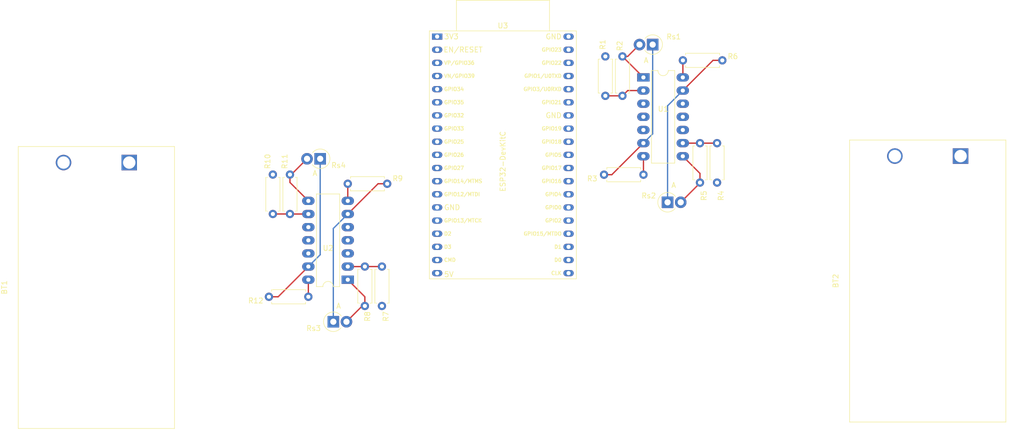
<source format=kicad_pcb>
(kicad_pcb (version 20221018) (generator pcbnew)
  (layers (0 "F.Cu" signal) (31 "B.Cu" signal) (34 "B.Paste" user) (35 "F.Paste" user) (36 "B.SilkS" user "B.Silkscreen") (37 "F.SilkS" user "F.Silkscreen") (38 "B.Mask" user) (39 "F.Mask" user) (44 "Edge.Cuts" user))
  (net 0 "")
  (net 1 "Net-(BT1-+)")
  (net 2 "Net-(BT1--)")
  (net 3 "Net-(BT2--)")
  (net 4 "Net-(U3-3V3)")
  (net 5 "Net-(U1A--)")
  (net 6 "Net-(R2-Pad2)")
  (net 7 "Net-(U1B--)")
  (net 8 "Net-(U3-32K_XN{slash}GPIO33{slash}ADC1_CH5)")
  (net 9 "Net-(U1C--)")
  (net 10 "Net-(R5-Pad2)")
  (net 11 "Net-(U1D--)")
  (net 12 "Net-(U3-32K_XP{slash}GPIO32{slash}ADC1_CH4)")
  (net 13 "Net-(U2A--)")
  (net 14 "Net-(R8-Pad2)")
  (net 15 "Net-(U2B--)")
  (net 16 "Net-(U3-VDET_2{slash}GPIO35{slash}ADC1_CH7)")
  (net 17 "Net-(U2C--)")
  (net 18 "Net-(R11-Pad2)")
  (net 19 "Net-(U2D--)")
  (net 20 "Net-(U3-VDET_1{slash}GPIO34{slash}ADC1_CH6)")
  (footprint "Espressif:ESP32-DevKitC" (layer "F.Cu") (at 124.968 80.772)
    (fp_text reference "U3" (at 12.7 -2.1) (layer "F.SilkS"))
    (fp_text value "ESP32-DevKitC" (at 12.7 24.13 90) (layer "F.SilkS"))
    (fp_text user "GPIO22" (at 24.13 5.08 unlocked) (layer "F.SilkS") (effects (font (size 0.7 0.7)) (justify right)))
    (fp_text user "GPIO2" (at 24.13 35.56 unlocked) (layer "F.SilkS") (effects (font (size 0.7 0.7)) (justify right)))
    (fp_text user "VP/GPIO36" (at 1.27 5.08 unlocked) (layer "F.SilkS") (effects (font (size 0.7 0.7)) (justify left)))
    (fp_text user "GPIO19" (at 24.13 17.78 unlocked) (layer "F.SilkS") (effects (font (size 0.7 0.7)) (justify right)))
    (fp_text user "CMD" (at 1.27 43.18 unlocked) (layer "F.SilkS") (effects (font (size 0.7 0.7)) (justify left)))
    (fp_text user "GPIO12/MTDI" (at 1.27 30.48 unlocked) (layer "F.SilkS") (effects (font (size 0.7 0.7)) (justify left)))
    (fp_text user "GPIO17" (at 24.13 25.4 unlocked) (layer "F.SilkS") (effects (font (size 0.7 0.7)) (justify right)))
    (fp_text user "VN/GPIO39" (at 1.27 7.62 unlocked) (layer "F.SilkS") (effects (font (size 0.7 0.7)) (justify left)))
    (fp_text user "GND" (at 24.13 15.24 unlocked) (layer "F.SilkS") (effects (justify right)))
    (fp_text user "D1" (at 24.13 40.64 unlocked) (layer "F.SilkS") (effects (font (size 0.7 0.7)) (justify right)))
    (fp_text user "D2" (at 1.27 38.1 unlocked) (layer "F.SilkS") (effects (font (size 0.7 0.7)) (justify left)))
    (fp_text user "GPIO21" (at 24.13 12.7 unlocked) (layer "F.SilkS") (effects (font (size 0.7 0.7)) (justify right)))
    (fp_text user "GPIO26" (at 1.27 22.86 unlocked) (layer "F.SilkS") (effects (font (size 0.7 0.7)) (justify left)))
    (fp_text user "GPIO0" (at 24.13 33.02 unlocked) (layer "F.SilkS") (effects (font (size 0.7 0.7)) (justify right)))
    (fp_text user "GPIO18" (at 24.13 20.32 unlocked) (layer "F.SilkS") (effects (font (size 0.7 0.7)) (justify right)))
    (fp_text user "GND" (at 1.27 33.02 unlocked) (layer "F.SilkS") (effects (justify left)))
    (fp_text user "GPIO13/MTCK" (at 1.27 35.56 unlocked) (layer "F.SilkS") (effects (font (size 0.7 0.7)) (justify left)))
    (fp_text user "CLK" (at 24.13 45.72 unlocked) (layer "F.SilkS") (effects (font (size 0.7 0.7)) (justify right)))
    (fp_text user "GPIO4" (at 24.13 30.48 unlocked) (layer "F.SilkS") (effects (font (size 0.7 0.7)) (justify right)))
    (fp_text user "GPIO3/U0RXD" (at 24.13 10.16 unlocked) (layer "F.SilkS") (effects (font (size 0.7 0.7)) (justify right)))
    (fp_text user "GPIO23" (at 24.13 2.54 unlocked) (layer "F.SilkS") (effects (font (size 0.7 0.7)) (justify right)))
    (fp_text user "GPIO32" (at 1.27 15.24 unlocked) (layer "F.SilkS") (effects (font (size 0.7 0.7)) (justify left)))
    (fp_text user "GPIO15/MTDO" (at 24.13 38.1 unlocked) (layer "F.SilkS") (effects (font (size 0.7 0.7)) (justify right)))
    (fp_text user "GPIO14/MTMS" (at 1.27 27.94 unlocked) (layer "F.SilkS") (effects (font (size 0.7 0.7)) (justify left)))
    (fp_text user "GPIO25" (at 1.27 20.32 unlocked) (layer "F.SilkS") (effects (font (size 0.7 0.7)) (justify left)))
    (fp_text user "GND" (at 24.13 0 unlocked) (layer "F.SilkS") (effects (justify right)))
    (fp_text user "GPIO35" (at 1.27 12.7 unlocked) (layer "F.SilkS") (effects (font (size 0.7 0.7)) (justify left)))
    (fp_text user "D0" (at 24.13 43.18 unlocked) (layer "F.SilkS") (effects (font (size 0.7 0.7)) (justify right)))
    (fp_text user "GPIO27" (at 1.27 25.4 unlocked) (layer "F.SilkS") (effects (font (size 0.7 0.7)) (justify left)))
    (fp_text user "GPIO16" (at 24.13 27.94 unlocked) (layer "F.SilkS") (effects (font (size 0.7 0.7)) (justify right)))
    (fp_text user "GPIO34" (at 1.27 10.16 unlocked) (layer "F.SilkS") (effects (font (size 0.7 0.7)) (justify left)))
    (fp_text user "5V" (at 1.26632 45.97128 unlocked) (layer "F.SilkS") (effects (justify left)))
    (fp_text user "3V3" (at 1.27 0 unlocked) (layer "F.SilkS") (effects (justify left)))
    (fp_text user "GPIO33" (at 1.27 17.78 unlocked) (layer "F.SilkS") (effects (font (size 0.7 0.7)) (justify left)))
    (fp_text user "GPIO1/U0TXD" (at 24.13 7.62 unlocked) (layer "F.SilkS") (effects (font (size 0.7 0.7)) (justify right)))
    (fp_text user "D3" (at 1.27 40.64 unlocked) (layer "F.SilkS") (effects (font (size 0.7 0.7)) (justify left)))
    (fp_text user "EN/RESET" (at 8.88632 2.53728 unlocked) (layer "F.SilkS") (effects (justify right)))
    (fp_text user "GPIO5" (at 24.13 22.86 unlocked) (layer "F.SilkS") (effects (font (size 0.7 0.7)) (justify right)))
    (fp_line (start -1.5 46.82) (end 26.899999 46.82) (stroke (width 0.12)) (layer "F.SilkS"))
    (fp_line (start -1.499999 -1.1) (end -1.5 46.82) (stroke (width 0.12)) (layer "F.SilkS"))
    (fp_line (start 3.73012 -7.01312) (end 21.71332 -7.01312) (stroke (width 0.12)) (layer "F.SilkS"))
    (fp_line (start 3.73012 -1.12032) (end 3.73012 -7.01312) (stroke (width 0.12)) (layer "F.SilkS"))
    (fp_line (start 21.71332 -7.01312) (end 21.71332 -1.12032) (stroke (width 0.12)) (layer "F.SilkS"))
    (fp_line (start 26.899999 46.82) (end 26.9 -1.1) (stroke (width 0.12)) (layer "F.SilkS"))
    (fp_line (start 26.9 -1.1) (end -1.499999 -1.1) (stroke (width 0.12)) (layer "F.SilkS"))
    (pad "1" thru_hole rect (at 0 0 270) (size 1.2 2) (drill 0.8) (layers "*.Cu" "*.Mask") (net 4 "Net-(U3-3V3)"))
    (pad "2" thru_hole oval (at 0 2.54 270) (size 1.2 2) (drill 0.8) (layers "*.Cu" "*.Mask"))
    (pad "3" thru_hole oval (at 0 5.08 270) (size 1.2 2) (drill 0.8) (layers "*.Cu" "*.Mask"))
    (pad "4" thru_hole oval (at 0 7.62 270) (size 1.2 2) (drill 0.8) (layers "*.Cu" "*.Mask"))
    (pad "5" thru_hole oval (at 0 10.16 270) (size 1.2 2) (drill 0.8) (layers "*.Cu" "*.Mask") (net 20 "Net-(U3-VDET_1{slash}GPIO34{slash}ADC1_CH6)"))
    (pad "6" thru_hole oval (at 0 12.7 270) (size 1.2 2) (drill 0.8) (layers "*.Cu" "*.Mask") (net 16 "Net-(U3-VDET_2{slash}GPIO35{slash}ADC1_CH7)"))
    (pad "7" thru_hole oval (at 0 15.24 270) (size 1.2 2) (drill 0.8) (layers "*.Cu" "*.Mask") (net 12 "Net-(U3-32K_XP{slash}GPIO32{slash}ADC1_CH4)"))
    (pad "8" thru_hole oval (at 0 17.78 270) (size 1.2 2) (drill 0.8) (layers "*.Cu" "*.Mask") (net 8 "Net-(U3-32K_XN{slash}GPIO33{slash}ADC1_CH5)"))
    (pad "9" thru_hole oval (at 0 20.32 270) (size 1.2 2) (drill 0.8) (layers "*.Cu" "*.Mask"))
    (pad "10" thru_hole oval (at 0 22.86 270) (size 1.2 2) (drill 0.8) (layers "*.Cu" "*.Mask"))
    (pad "11" thru_hole oval (at 0 25.4 270) (size 1.2 2) (drill 0.8) (layers "*.Cu" "*.Mask"))
    (pad "12" thru_hole oval (at 0 27.94 270) (size 1.2 2) (drill 0.8) (layers "*.Cu" "*.Mask"))
    (pad "13" thru_hole oval (at 0 30.48 270) (size 1.2 2) (drill 0.8) (layers "*.Cu" "*.Mask"))
    (pad "14" thru_hole oval (at 0 33.02 270) (size 1.2 2) (drill 0.8) (layers "*.Cu" "*.Mask") (net 2 "Net-(BT1--)"))
    (pad "15" thru_hole oval (at 0 35.56 270) (size 1.2 2) (drill 0.8) (layers "*.Cu" "*.Mask"))
    (pad "16" thru_hole oval (at 0 38.1 270) (size 1.2 2) (drill 0.8) (layers "*.Cu" "*.Mask"))
    (pad "17" thru_hole oval (at 0 40.64 270) (size 1.2 2) (drill 0.8) (layers "*.Cu" "*.Mask"))
    (pad "18" thru_hole oval (at 0 43.18 270) (size 1.2 2) (drill 0.8) (layers "*.Cu" "*.Mask"))
    (pad "19" thru_hole oval (at 0 45.72 270) (size 1.2 2) (drill 0.8) (layers "*.Cu" "*.Mask"))
    (pad "20" thru_hole oval (at 25.39632 45.71728 270) (size 1.2 2) (drill 0.8) (layers "*.Cu" "*.Mask"))
    (pad "21" thru_hole oval (at 25.39632 43.17728 270) (size 1.2 2) (drill 0.8) (layers "*.Cu" "*.Mask"))
    (pad "22" thru_hole oval (at 25.4 40.64 270) (size 1.2 2) (drill 0.8) (layers "*.Cu" "*.Mask"))
    (pad "23" thru_hole oval (at 25.4 38.1 270) (size 1.2 2) (drill 0.8) (layers "*.Cu" "*.Mask"))
    (pad "24" thru_hole oval (at 25.4 35.56 270) (size 1.2 2) (drill 0.8) (layers "*.Cu" "*.Mask"))
    (pad "25" thru_hole oval (at 25.4 33.02 270) (size 1.2 2) (drill 0.8) (layers "*.Cu" "*.Mask"))
    (pad "26" thru_hole oval (at 25.4 30.48 270) (size 1.2 2) (drill 0.8) (layers "*.Cu" "*.Mask"))
    (pad "27" thru_hole oval (at 25.4 27.94 270) (size 1.2 2) (drill 0.8) (layers "*.Cu" "*.Mask"))
    (pad "28" thru_hole oval (at 25.4 25.4 270) (size 1.2 2) (drill 0.8) (layers "*.Cu" "*.Mask"))
    (pad "29" thru_hole oval (at 25.4 22.86 270) (size 1.2 2) (drill 0.8) (layers "*.Cu" "*.Mask"))
    (pad "30" thru_hole oval (at 25.4 20.32 270) (size 1.2 2) (drill 0.8) (layers "*.Cu" "*.Mask"))
    (pad "31" thru_hole oval (at 25.4 17.78 270) (size 1.2 2) (drill 0.8) (layers "*.Cu" "*.Mask"))
    (pad "32" thru_hole oval (at 25.4 15.24 270) (size 1.2 2) (drill 0.8) (layers "*.Cu" "*.Mask") (net 2 "Net-(BT1--)"))
    (pad "33" thru_hole oval (at 25.4 12.7 270) (size 1.2 2) (drill 0.8) (layers "*.Cu" "*.Mask"))
    (pad "34" thru_hole oval (at 25.4 10.16 270) (size 1.2 2) (drill 0.8) (layers "*.Cu" "*.Mask"))
    (pad "35" thru_hole oval (at 25.4 7.62 270) (size 1.2 2) (drill 0.8) (layers "*.Cu" "*.Mask"))
    (pad "36" thru_hole oval (at 25.4 5.08 270) (size 1.2 2) (drill 0.8) (layers "*.Cu" "*.Mask"))
    (pad "37" thru_hole oval (at 25.4 2.54 270) (size 1.2 2) (drill 0.8) (layers "*.Cu" "*.Mask"))
    (pad "38" thru_hole oval (at 25.4 0 270) (size 1.2 2) (drill 0.8) (layers "*.Cu" "*.Mask") (net 2 "Net-(BT1--)"))
  )
  (footprint "Resistor_THT:R_Axial_DIN0207_L6.3mm_D2.5mm_P7.62mm_Horizontal" (layer "F.Cu") (at 157.48 84.602 -90)
    (fp_text reference "R1" (at -2.286 0.508 90) (layer "F.SilkS"))
    (fp_text value "1k")
    (fp_line (start 0.54 -1.37) (end 7.08 -1.37) (stroke (width 0.12)) (layer "F.SilkS"))
    (fp_line (start 0.54 -1.04) (end 0.54 -1.37) (stroke (width 0.12)) (layer "F.SilkS"))
    (fp_line (start 0.54 1.04) (end 0.54 1.37) (stroke (width 0.12)) (layer "F.SilkS"))
    (fp_line (start 0.54 1.37) (end 7.08 1.37) (stroke (width 0.12)) (layer "F.SilkS"))
    (fp_line (start 7.08 -1.37) (end 7.08 -1.04) (stroke (width 0.12)) (layer "F.SilkS"))
    (fp_line (start 7.08 1.37) (end 7.08 1.04) (stroke (width 0.12)) (layer "F.SilkS"))
    (pad "1" thru_hole circle (at 0 0 270) (size 1.6 1.6) (drill 0.8) (layers "*.Cu" "*.Mask") (net 4 "Net-(U3-3V3)"))
    (pad "2" thru_hole oval (at 7.62 0 270) (size 1.6 1.6) (drill 0.8) (layers "*.Cu" "*.Mask") (net 5 "Net-(U1A--)"))
  )
  (footprint "Resistor_THT:R_Axial_DIN0207_L6.3mm_D2.5mm_P7.62mm_Horizontal" (layer "F.Cu") (at 160.782 92.222 90)
    (fp_text reference "R2" (at 9.652 -0.508 90) (layer "F.SilkS"))
    (fp_text value "1k")
    (fp_line (start 0.54 -1.37) (end 7.08 -1.37) (stroke (width 0.12)) (layer "F.SilkS"))
    (fp_line (start 0.54 -1.04) (end 0.54 -1.37) (stroke (width 0.12)) (layer "F.SilkS"))
    (fp_line (start 0.54 1.04) (end 0.54 1.37) (stroke (width 0.12)) (layer "F.SilkS"))
    (fp_line (start 0.54 1.37) (end 7.08 1.37) (stroke (width 0.12)) (layer "F.SilkS"))
    (fp_line (start 7.08 -1.37) (end 7.08 -1.04) (stroke (width 0.12)) (layer "F.SilkS"))
    (fp_line (start 7.08 1.37) (end 7.08 1.04) (stroke (width 0.12)) (layer "F.SilkS"))
    (pad "1" thru_hole circle (at 0 0 90) (size 1.6 1.6) (drill 0.8) (layers "*.Cu" "*.Mask") (net 5 "Net-(U1A--)"))
    (pad "2" thru_hole oval (at 7.62 0 90) (size 1.6 1.6) (drill 0.8) (layers "*.Cu" "*.Mask") (net 6 "Net-(R2-Pad2)"))
  )
  (footprint "Battery:BatteryHolder_Eagle_12BH611-GR" (layer "F.Cu") (at 226.136 103.866 90)
    (fp_text reference "BT2" (at -24.13 -24.13 90) (layer "F.SilkS"))
    (fp_text value "Battery")
    (fp_line (start -51.4 -21.45) (end 3.1 -21.45) (stroke (width 0.12)) (layer "F.SilkS"))
    (fp_line (start -51.4 8.75) (end -51.4 -21.45) (stroke (width 0.12)) (layer "F.SilkS"))
    (fp_line (start 3.1 -21.45) (end 3.1 8.75) (stroke (width 0.12)) (layer "F.SilkS"))
    (fp_line (start 3.1 8.75) (end -51.4 8.75) (stroke (width 0.12)) (layer "F.SilkS"))
    (pad "" np_thru_hole circle (at -38.9 -17.45 90) (size 2.6 2.6) (drill 2.6) (layers "*.Cu" "*.Mask"))
    (pad "" np_thru_hole circle (at -24.15 4.75 90) (size 2.6 2.6) (drill 2.6) (layers "*.Cu" "*.Mask"))
    (pad "" np_thru_hole circle (at -10.9 -17.45 90) (size 2.6 2.6) (drill 2.6) (layers "*.Cu" "*.Mask"))
    (pad "1" thru_hole rect (at 0 0 90) (size 3 3) (drill 2.4) (layers "*.Cu" "*.Mask") (net 2 "Net-(BT1--)"))
    (pad "2" thru_hole circle (at 0 -12.7 90) (size 3 3) (drill 2.4) (layers "*.Cu" "*.Mask") (net 3 "Net-(BT2--)"))
  )
  (footprint "Battery:BatteryHolder_Eagle_12BH611-GR" (layer "F.Cu") (at 65.456 105.118 90)
    (fp_text reference "BT1" (at -24.13 -24.13 90) (layer "F.SilkS"))
    (fp_text value "Battery")
    (fp_line (start -51.4 -21.45) (end 3.1 -21.45) (stroke (width 0.12)) (layer "F.SilkS"))
    (fp_line (start -51.4 8.75) (end -51.4 -21.45) (stroke (width 0.12)) (layer "F.SilkS"))
    (fp_line (start 3.1 -21.45) (end 3.1 8.75) (stroke (width 0.12)) (layer "F.SilkS"))
    (fp_line (start 3.1 8.75) (end -51.4 8.75) (stroke (width 0.12)) (layer "F.SilkS"))
    (pad "" np_thru_hole circle (at -38.9 -17.45 90) (size 2.6 2.6) (drill 2.6) (layers "*.Cu" "*.Mask"))
    (pad "" np_thru_hole circle (at -24.15 4.75 90) (size 2.6 2.6) (drill 2.6) (layers "*.Cu" "*.Mask"))
    (pad "" np_thru_hole circle (at -10.9 -17.45 90) (size 2.6 2.6) (drill 2.6) (layers "*.Cu" "*.Mask"))
    (pad "1" thru_hole rect (at 0 0 90) (size 3 3) (drill 2.4) (layers "*.Cu" "*.Mask") (net 1 "Net-(BT1-+)"))
    (pad "2" thru_hole circle (at 0 -12.7 90) (size 3 3) (drill 2.4) (layers "*.Cu" "*.Mask") (net 2 "Net-(BT1--)"))
  )
  (footprint "Resistor_THT:R_Axial_DIN0207_L6.3mm_D2.5mm_P7.62mm_Horizontal" (layer "F.Cu") (at 93.218 107.437 -90)
    (fp_text reference "R10" (at -2.54 1.016 90) (layer "F.SilkS"))
    (fp_text value "1k")
    (fp_line (start 0.54 -1.37) (end 7.08 -1.37) (stroke (width 0.12)) (layer "F.SilkS"))
    (fp_line (start 0.54 -1.04) (end 0.54 -1.37) (stroke (width 0.12)) (layer "F.SilkS"))
    (fp_line (start 0.54 1.04) (end 0.54 1.37) (stroke (width 0.12)) (layer "F.SilkS"))
    (fp_line (start 0.54 1.37) (end 7.08 1.37) (stroke (width 0.12)) (layer "F.SilkS"))
    (fp_line (start 7.08 -1.37) (end 7.08 -1.04) (stroke (width 0.12)) (layer "F.SilkS"))
    (fp_line (start 7.08 1.37) (end 7.08 1.04) (stroke (width 0.12)) (layer "F.SilkS"))
    (pad "1" thru_hole circle (at 0 0 270) (size 1.6 1.6) (drill 0.8) (layers "*.Cu" "*.Mask") (net 4 "Net-(U3-3V3)"))
    (pad "2" thru_hole oval (at 7.62 0 270) (size 1.6 1.6) (drill 0.8) (layers "*.Cu" "*.Mask") (net 17 "Net-(U2C--)"))
  )
  (footprint "Resistor_THT:R_Axial_DIN0207_L6.3mm_D2.5mm_P7.62mm_Horizontal" (layer "F.Cu") (at 96.52 115.057 90)
    (fp_text reference "R11" (at 10.16 -1.016 90) (layer "F.SilkS"))
    (fp_text value "1k")
    (fp_line (start 0.54 -1.37) (end 7.08 -1.37) (stroke (width 0.12)) (layer "F.SilkS"))
    (fp_line (start 0.54 -1.04) (end 0.54 -1.37) (stroke (width 0.12)) (layer "F.SilkS"))
    (fp_line (start 0.54 1.04) (end 0.54 1.37) (stroke (width 0.12)) (layer "F.SilkS"))
    (fp_line (start 0.54 1.37) (end 7.08 1.37) (stroke (width 0.12)) (layer "F.SilkS"))
    (fp_line (start 7.08 -1.37) (end 7.08 -1.04) (stroke (width 0.12)) (layer "F.SilkS"))
    (fp_line (start 7.08 1.37) (end 7.08 1.04) (stroke (width 0.12)) (layer "F.SilkS"))
    (pad "1" thru_hole circle (at 0 0 90) (size 1.6 1.6) (drill 0.8) (layers "*.Cu" "*.Mask") (net 17 "Net-(U2C--)"))
    (pad "2" thru_hole oval (at 7.62 0 90) (size 1.6 1.6) (drill 0.8) (layers "*.Cu" "*.Mask") (net 18 "Net-(R11-Pad2)"))
  )
  (footprint "Diode_THT:D_DO-15_P2.54mm_Vertical_AnodeUp" (layer "F.Cu") (at 169.504 112.796)
    (fp_text reference "Rs2" (at -3.642 -1.27) (layer "F.SilkS"))
    (fp_text value "R")
    (fp_text user "A" (at 1.184 -3.302) (layer "F.SilkS"))
    (fp_arc (start 1.456371 1.194732) (mid -1.883124 -0.047368) (end 1.514596 -1.12) (stroke (width 0.12)) (layer "F.SilkS"))
    (pad "1" thru_hole rect (at 0 0) (size 2.24 2.24) (drill 1.2) (layers "*.Cu" "*.Mask") (net 11 "Net-(U1D--)"))
    (pad "2" thru_hole oval (at 2.54 0) (size 2.24 2.24) (drill 1.2) (layers "*.Cu" "*.Mask") (net 10 "Net-(R5-Pad2)"))
  )
  (footprint "Diode_THT:D_DO-15_P2.54mm_Vertical_AnodeUp" (layer "F.Cu") (at 102.362 104.389 180)
    (fp_text reference "Rs4" (at -3.556 -1.27) (layer "F.SilkS"))
    (fp_text value "R")
    (fp_text user "A" (at 1.016 -2.794) (layer "F.SilkS"))
    (fp_arc (start 1.456371 1.194732) (mid -1.883124 -0.047368) (end 1.514596 -1.12) (stroke (width 0.12)) (layer "F.SilkS"))
    (pad "1" thru_hole rect (at 0 0 180) (size 2.24 2.24) (drill 1.2) (layers "*.Cu" "*.Mask") (net 19 "Net-(U2D--)"))
    (pad "2" thru_hole oval (at 2.54 0 180) (size 2.24 2.24) (drill 1.2) (layers "*.Cu" "*.Mask") (net 18 "Net-(R11-Pad2)"))
  )
  (footprint "Resistor_THT:R_Axial_DIN0207_L6.3mm_D2.5mm_P7.62mm_Horizontal" (layer "F.Cu") (at 114.3 132.837 90)
    (fp_text reference "R7" (at -2.032 0.762 90) (layer "F.SilkS"))
    (fp_text value "1k")
    (fp_line (start 0.54 -1.37) (end 7.08 -1.37) (stroke (width 0.12)) (layer "F.SilkS"))
    (fp_line (start 0.54 -1.04) (end 0.54 -1.37) (stroke (width 0.12)) (layer "F.SilkS"))
    (fp_line (start 0.54 1.04) (end 0.54 1.37) (stroke (width 0.12)) (layer "F.SilkS"))
    (fp_line (start 0.54 1.37) (end 7.08 1.37) (stroke (width 0.12)) (layer "F.SilkS"))
    (fp_line (start 7.08 -1.37) (end 7.08 -1.04) (stroke (width 0.12)) (layer "F.SilkS"))
    (fp_line (start 7.08 1.37) (end 7.08 1.04) (stroke (width 0.12)) (layer "F.SilkS"))
    (pad "1" thru_hole circle (at 0 0 90) (size 1.6 1.6) (drill 0.8) (layers "*.Cu" "*.Mask") (net 4 "Net-(U3-3V3)"))
    (pad "2" thru_hole oval (at 7.62 0 90) (size 1.6 1.6) (drill 0.8) (layers "*.Cu" "*.Mask") (net 13 "Net-(U2A--)"))
  )
  (footprint "Resistor_THT:R_Axial_DIN0207_L6.3mm_D2.5mm_P7.62mm_Horizontal" (layer "F.Cu") (at 180.086 85.364 180)
    (fp_text reference "R6" (at -2.032 0.762) (layer "F.SilkS"))
    (fp_text value "10k")
    (fp_line (start 0.54 -1.37) (end 7.08 -1.37) (stroke (width 0.12)) (layer "F.SilkS"))
    (fp_line (start 0.54 -1.04) (end 0.54 -1.37) (stroke (width 0.12)) (layer "F.SilkS"))
    (fp_line (start 0.54 1.04) (end 0.54 1.37) (stroke (width 0.12)) (layer "F.SilkS"))
    (fp_line (start 0.54 1.37) (end 7.08 1.37) (stroke (width 0.12)) (layer "F.SilkS"))
    (fp_line (start 7.08 -1.37) (end 7.08 -1.04) (stroke (width 0.12)) (layer "F.SilkS"))
    (fp_line (start 7.08 1.37) (end 7.08 1.04) (stroke (width 0.12)) (layer "F.SilkS"))
    (pad "1" thru_hole circle (at 0 0 180) (size 1.6 1.6) (drill 0.8) (layers "*.Cu" "*.Mask") (net 11 "Net-(U1D--)"))
    (pad "2" thru_hole oval (at 7.62 0 180) (size 1.6 1.6) (drill 0.8) (layers "*.Cu" "*.Mask") (net 12 "Net-(U3-32K_XP{slash}GPIO32{slash}ADC1_CH4)"))
  )
  (footprint "Resistor_THT:R_Axial_DIN0207_L6.3mm_D2.5mm_P7.62mm_Horizontal" (layer "F.Cu") (at 179.07 108.986 90)
    (fp_text reference "R4" (at -2.54 0.762 90) (layer "F.SilkS"))
    (fp_text value "1k")
    (fp_line (start 0.54 -1.37) (end 7.08 -1.37) (stroke (width 0.12)) (layer "F.SilkS"))
    (fp_line (start 0.54 -1.04) (end 0.54 -1.37) (stroke (width 0.12)) (layer "F.SilkS"))
    (fp_line (start 0.54 1.04) (end 0.54 1.37) (stroke (width 0.12)) (layer "F.SilkS"))
    (fp_line (start 0.54 1.37) (end 7.08 1.37) (stroke (width 0.12)) (layer "F.SilkS"))
    (fp_line (start 7.08 -1.37) (end 7.08 -1.04) (stroke (width 0.12)) (layer "F.SilkS"))
    (fp_line (start 7.08 1.37) (end 7.08 1.04) (stroke (width 0.12)) (layer "F.SilkS"))
    (pad "1" thru_hole circle (at 0 0 90) (size 1.6 1.6) (drill 0.8) (layers "*.Cu" "*.Mask") (net 4 "Net-(U3-3V3)"))
    (pad "2" thru_hole oval (at 7.62 0 90) (size 1.6 1.6) (drill 0.8) (layers "*.Cu" "*.Mask") (net 9 "Net-(U1C--)"))
  )
  (footprint "Diode_THT:D_DO-15_P2.54mm_Vertical_AnodeUp" (layer "F.Cu") (at 166.624 82.316 180)
    (fp_text reference "Rs1" (at -4.064 1.524) (layer "F.SilkS"))
    (fp_text value "R")
    (fp_text user "A" (at 1.27 -3.048) (layer "F.SilkS"))
    (fp_arc (start 1.456371 1.194732) (mid -1.883124 -0.047368) (end 1.514596 -1.12) (stroke (width 0.12)) (layer "F.SilkS"))
    (pad "1" thru_hole rect (at 0 0 180) (size 2.24 2.24) (drill 1.2) (layers "*.Cu" "*.Mask") (net 7 "Net-(U1B--)"))
    (pad "2" thru_hole oval (at 2.54 0 180) (size 2.24 2.24) (drill 1.2) (layers "*.Cu" "*.Mask") (net 6 "Net-(R2-Pad2)"))
  )
  (footprint "Resistor_THT:R_Axial_DIN0207_L6.3mm_D2.5mm_P7.62mm_Horizontal" (layer "F.Cu") (at 110.998 125.217 -90)
    (fp_text reference "R8" (at 9.652 -0.508 90) (layer "F.SilkS"))
    (fp_text value "1k")
    (fp_line (start 0.54 -1.37) (end 7.08 -1.37) (stroke (width 0.12)) (layer "F.SilkS"))
    (fp_line (start 0.54 -1.04) (end 0.54 -1.37) (stroke (width 0.12)) (layer "F.SilkS"))
    (fp_line (start 0.54 1.04) (end 0.54 1.37) (stroke (width 0.12)) (layer "F.SilkS"))
    (fp_line (start 0.54 1.37) (end 7.08 1.37) (stroke (width 0.12)) (layer "F.SilkS"))
    (fp_line (start 7.08 -1.37) (end 7.08 -1.04) (stroke (width 0.12)) (layer "F.SilkS"))
    (fp_line (start 7.08 1.37) (end 7.08 1.04) (stroke (width 0.12)) (layer "F.SilkS"))
    (pad "1" thru_hole circle (at 0 0 270) (size 1.6 1.6) (drill 0.8) (layers "*.Cu" "*.Mask") (net 13 "Net-(U2A--)"))
    (pad "2" thru_hole oval (at 7.62 0 270) (size 1.6 1.6) (drill 0.8) (layers "*.Cu" "*.Mask") (net 14 "Net-(R8-Pad2)"))
  )
  (footprint "Resistor_THT:R_Axial_DIN0207_L6.3mm_D2.5mm_P7.62mm_Horizontal" (layer "F.Cu") (at 175.768 101.366 -90)
    (fp_text reference "R5" (at 10.16 -0.762 90) (layer "F.SilkS"))
    (fp_text value "1k")
    (fp_line (start 0.54 -1.37) (end 7.08 -1.37) (stroke (width 0.12)) (layer "F.SilkS"))
    (fp_line (start 0.54 -1.04) (end 0.54 -1.37) (stroke (width 0.12)) (layer "F.SilkS"))
    (fp_line (start 0.54 1.04) (end 0.54 1.37) (stroke (width 0.12)) (layer "F.SilkS"))
    (fp_line (start 0.54 1.37) (end 7.08 1.37) (stroke (width 0.12)) (layer "F.SilkS"))
    (fp_line (start 7.08 -1.37) (end 7.08 -1.04) (stroke (width 0.12)) (layer "F.SilkS"))
    (fp_line (start 7.08 1.37) (end 7.08 1.04) (stroke (width 0.12)) (layer "F.SilkS"))
    (pad "1" thru_hole circle (at 0 0 270) (size 1.6 1.6) (drill 0.8) (layers "*.Cu" "*.Mask") (net 9 "Net-(U1C--)"))
    (pad "2" thru_hole oval (at 7.62 0 270) (size 1.6 1.6) (drill 0.8) (layers "*.Cu" "*.Mask") (net 10 "Net-(R5-Pad2)"))
  )
  (footprint "Resistor_THT:R_Axial_DIN0207_L6.3mm_D2.5mm_P7.62mm_Horizontal" (layer "F.Cu") (at 157.226 107.462)
    (fp_text reference "R3" (at -2.286 0.762) (layer "F.SilkS"))
    (fp_text value "10k")
    (fp_line (start 0.54 -1.37) (end 7.08 -1.37) (stroke (width 0.12)) (layer "F.SilkS"))
    (fp_line (start 0.54 -1.04) (end 0.54 -1.37) (stroke (width 0.12)) (layer "F.SilkS"))
    (fp_line (start 0.54 1.04) (end 0.54 1.37) (stroke (width 0.12)) (layer "F.SilkS"))
    (fp_line (start 0.54 1.37) (end 7.08 1.37) (stroke (width 0.12)) (layer "F.SilkS"))
    (fp_line (start 7.08 -1.37) (end 7.08 -1.04) (stroke (width 0.12)) (layer "F.SilkS"))
    (fp_line (start 7.08 1.37) (end 7.08 1.04) (stroke (width 0.12)) (layer "F.SilkS"))
    (pad "1" thru_hole circle (at 0 0) (size 1.6 1.6) (drill 0.8) (layers "*.Cu" "*.Mask") (net 7 "Net-(U1B--)"))
    (pad "2" thru_hole oval (at 7.62 0) (size 1.6 1.6) (drill 0.8) (layers "*.Cu" "*.Mask") (net 8 "Net-(U3-32K_XN{slash}GPIO33{slash}ADC1_CH5)"))
  )
  (footprint "Diode_THT:D_DO-15_P2.54mm_Vertical_AnodeUp" (layer "F.Cu") (at 104.902 135.885)
    (fp_text reference "Rs3" (at -3.81 1.27) (layer "F.SilkS"))
    (fp_text value "R")
    (fp_text user "A" (at 1.016 -3.048) (layer "F.SilkS"))
    (fp_arc (start 1.456371 1.194732) (mid -1.883124 -0.047368) (end 1.514596 -1.12) (stroke (width 0.12)) (layer "F.SilkS"))
    (pad "1" thru_hole rect (at 0 0) (size 2.24 2.24) (drill 1.2) (layers "*.Cu" "*.Mask") (net 15 "Net-(U2B--)"))
    (pad "2" thru_hole oval (at 2.54 0) (size 2.24 2.24) (drill 1.2) (layers "*.Cu" "*.Mask") (net 14 "Net-(R8-Pad2)"))
  )
  (footprint "Package_DIP:DIP-14_W7.62mm_LongPads" (layer "F.Cu") (at 107.696 127.762 180)
    (fp_text reference "U2" (at 3.81 6.101) (layer "F.SilkS"))
    (fp_text value "TL074")
    (fp_line (start 1.56 -1.33) (end 1.56 16.57) (stroke (width 0.12)) (layer "F.SilkS"))
    (fp_line (start 1.56 16.57) (end 6.06 16.57) (stroke (width 0.12)) (layer "F.SilkS"))
    (fp_line (start 2.81 -1.33) (end 1.56 -1.33) (stroke (width 0.12)) (layer "F.SilkS"))
    (fp_line (start 6.06 -1.33) (end 4.81 -1.33) (stroke (width 0.12)) (layer "F.SilkS"))
    (fp_line (start 6.06 16.57) (end 6.06 -1.33) (stroke (width 0.12)) (layer "F.SilkS"))
    (fp_arc (start 4.81 -1.33) (mid 3.81 -0.33) (end 2.81 -1.33) (stroke (width 0.12)) (layer "F.SilkS"))
    (pad "1" thru_hole rect (at 0 0 180) (size 2.4 1.6) (drill 0.8) (layers "*.Cu" "*.Mask") (net 14 "Net-(R8-Pad2)"))
    (pad "2" thru_hole oval (at 0 2.54 180) (size 2.4 1.6) (drill 0.8) (layers "*.Cu" "*.Mask") (net 13 "Net-(U2A--)"))
    (pad "3" thru_hole oval (at 0 5.08 180) (size 2.4 1.6) (drill 0.8) (layers "*.Cu" "*.Mask") (net 2 "Net-(BT1--)"))
    (pad "4" thru_hole oval (at 0 7.62 180) (size 2.4 1.6) (drill 0.8) (layers "*.Cu" "*.Mask") (net 1 "Net-(BT1-+)"))
    (pad "5" thru_hole oval (at 0 10.16 180) (size 2.4 1.6) (drill 0.8) (layers "*.Cu" "*.Mask") (net 2 "Net-(BT1--)"))
    (pad "6" thru_hole oval (at 0 12.7 180) (size 2.4 1.6) (drill 0.8) (layers "*.Cu" "*.Mask") (net 15 "Net-(U2B--)"))
    (pad "7" thru_hole oval (at 0 15.24 180) (size 2.4 1.6) (drill 0.8) (layers "*.Cu" "*.Mask") (net 16 "Net-(U3-VDET_2{slash}GPIO35{slash}ADC1_CH7)"))
    (pad "8" thru_hole oval (at 7.62 15.24 180) (size 2.4 1.6) (drill 0.8) (layers "*.Cu" "*.Mask") (net 18 "Net-(R11-Pad2)"))
    (pad "9" thru_hole oval (at 7.62 12.7 180) (size 2.4 1.6) (drill 0.8) (layers "*.Cu" "*.Mask") (net 17 "Net-(U2C--)"))
    (pad "10" thru_hole oval (at 7.62 10.16 180) (size 2.4 1.6) (drill 0.8) (layers "*.Cu" "*.Mask") (net 2 "Net-(BT1--)"))
    (pad "11" thru_hole oval (at 7.62 7.62 180) (size 2.4 1.6) (drill 0.8) (layers "*.Cu" "*.Mask") (net 3 "Net-(BT2--)"))
    (pad "12" thru_hole oval (at 7.62 5.08 180) (size 2.4 1.6) (drill 0.8) (layers "*.Cu" "*.Mask") (net 2 "Net-(BT1--)"))
    (pad "13" thru_hole oval (at 7.62 2.54 180) (size 2.4 1.6) (drill 0.8) (layers "*.Cu" "*.Mask") (net 19 "Net-(U2D--)"))
    (pad "14" thru_hole oval (at 7.62 0 180) (size 2.4 1.6) (drill 0.8) (layers "*.Cu" "*.Mask") (net 20 "Net-(U3-VDET_1{slash}GPIO34{slash}ADC1_CH6)"))
  )
  (footprint "Package_DIP:DIP-14_W7.62mm_LongPads" (layer "F.Cu") (at 164.831 88.661)
    (fp_text reference "U1" (at 3.825 6.101) (layer "F.SilkS"))
    (fp_text value "TL074")
    (fp_line (start 1.56 -1.33) (end 1.56 16.57) (stroke (width 0.12)) (layer "F.SilkS"))
    (fp_line (start 1.56 16.57) (end 6.06 16.57) (stroke (width 0.12)) (layer "F.SilkS"))
    (fp_line (start 2.81 -1.33) (end 1.56 -1.33) (stroke (width 0.12)) (layer "F.SilkS"))
    (fp_line (start 6.06 -1.33) (end 4.81 -1.33) (stroke (width 0.12)) (layer "F.SilkS"))
    (fp_line (start 6.06 16.57) (end 6.06 -1.33) (stroke (width 0.12)) (layer "F.SilkS"))
    (fp_arc (start 4.81 -1.33) (mid 3.81 -0.33) (end 2.81 -1.33) (stroke (width 0.12)) (layer "F.SilkS"))
    (pad "1" thru_hole rect (at 0 0) (size 2.4 1.6) (drill 0.8) (layers "*.Cu" "*.Mask") (net 6 "Net-(R2-Pad2)"))
    (pad "2" thru_hole oval (at 0 2.54) (size 2.4 1.6) (drill 0.8) (layers "*.Cu" "*.Mask") (net 5 "Net-(U1A--)"))
    (pad "3" thru_hole oval (at 0 5.08) (size 2.4 1.6) (drill 0.8) (layers "*.Cu" "*.Mask") (net 2 "Net-(BT1--)"))
    (pad "4" thru_hole oval (at 0 7.62) (size 2.4 1.6) (drill 0.8) (layers "*.Cu" "*.Mask") (net 1 "Net-(BT1-+)"))
    (pad "5" thru_hole oval (at 0 10.16) (size 2.4 1.6) (drill 0.8) (layers "*.Cu" "*.Mask") (net 2 "Net-(BT1--)"))
    (pad "6" thru_hole oval (at 0 12.7) (size 2.4 1.6) (drill 0.8) (layers "*.Cu" "*.Mask") (net 7 "Net-(U1B--)"))
    (pad "7" thru_hole oval (at 0 15.24) (size 2.4 1.6) (drill 0.8) (layers "*.Cu" "*.Mask") (net 8 "Net-(U3-32K_XN{slash}GPIO33{slash}ADC1_CH5)"))
    (pad "8" thru_hole oval (at 7.62 15.24) (size 2.4 1.6) (drill 0.8) (layers "*.Cu" "*.Mask") (net 10 "Net-(R5-Pad2)"))
    (pad "9" thru_hole oval (at 7.62 12.7) (size 2.4 1.6) (drill 0.8) (layers "*.Cu" "*.Mask") (net 9 "Net-(U1C--)"))
    (pad "10" thru_hole oval (at 7.62 10.16) (size 2.4 1.6) (drill 0.8) (layers "*.Cu" "*.Mask") (net 2 "Net-(BT1--)"))
    (pad "11" thru_hole oval (at 7.62 7.62) (size 2.4 1.6) (drill 0.8) (layers "*.Cu" "*.Mask") (net 3 "Net-(BT2--)"))
    (pad "12" thru_hole oval (at 7.62 5.08) (size 2.4 1.6) (drill 0.8) (layers "*.Cu" "*.Mask") (net 2 "Net-(BT1--)"))
    (pad "13" thru_hole oval (at 7.62 2.54) (size 2.4 1.6) (drill 0.8) (layers "*.Cu" "*.Mask") (net 11 "Net-(U1D--)"))
    (pad "14" thru_hole oval (at 7.62 0) (size 2.4 1.6) (drill 0.8) (layers "*.Cu" "*.Mask") (net 12 "Net-(U3-32K_XP{slash}GPIO32{slash}ADC1_CH4)"))
  )
  (footprint "Resistor_THT:R_Axial_DIN0207_L6.3mm_D2.5mm_P7.62mm_Horizontal" (layer "F.Cu") (at 92.456 131.059)
    (fp_text reference "R12" (at -2.54 0.762) (layer "F.SilkS"))
    (fp_text value "10k")
    (fp_line (start 0.54 -1.37) (end 7.08 -1.37) (stroke (width 0.12)) (layer "F.SilkS"))
    (fp_line (start 0.54 -1.04) (end 0.54 -1.37) (stroke (width 0.12)) (layer "F.SilkS"))
    (fp_line (start 0.54 1.04) (end 0.54 1.37) (stroke (width 0.12)) (layer "F.SilkS"))
    (fp_line (start 0.54 1.37) (end 7.08 1.37) (stroke (width 0.12)) (layer "F.SilkS"))
    (fp_line (start 7.08 -1.37) (end 7.08 -1.04) (stroke (width 0.12)) (layer "F.SilkS"))
    (fp_line (start 7.08 1.37) (end 7.08 1.04) (stroke (width 0.12)) (layer "F.SilkS"))
    (pad "1" thru_hole circle (at 0 0) (size 1.6 1.6) (drill 0.8) (layers "*.Cu" "*.Mask") (net 19 "Net-(U2D--)"))
    (pad "2" thru_hole oval (at 7.62 0) (size 1.6 1.6) (drill 0.8) (layers "*.Cu" "*.Mask") (net 20 "Net-(U3-VDET_1{slash}GPIO34{slash}ADC1_CH6)"))
  )
  (footprint "Resistor_THT:R_Axial_DIN0207_L6.3mm_D2.5mm_P7.62mm_Horizontal" (layer "F.Cu") (at 115.316 109.215 180)
    (fp_text reference "R9" (at -2.032 1.016) (layer "F.SilkS"))
    (fp_text value "10k")
    (fp_line (start 0.54 -1.37) (end 7.08 -1.37) (stroke (width 0.12)) (layer "F.SilkS"))
    (fp_line (start 0.54 -1.04) (end 0.54 -1.37) (stroke (width 0.12)) (layer "F.SilkS"))
    (fp_line (start 0.54 1.04) (end 0.54 1.37) (stroke (width 0.12)) (layer "F.SilkS"))
    (fp_line (start 0.54 1.37) (end 7.08 1.37) (stroke (width 0.12)) (layer "F.SilkS"))
    (fp_line (start 7.08 -1.37) (end 7.08 -1.04) (stroke (width 0.12)) (layer "F.SilkS"))
    (fp_line (start 7.08 1.37) (end 7.08 1.04) (stroke (width 0.12)) (layer "F.SilkS"))
    (pad "1" thru_hole circle (at 0 0 180) (size 1.6 1.6) (drill 0.8) (layers "*.Cu" "*.Mask") (net 15 "Net-(U2B--)"))
    (pad "2" thru_hole oval (at 7.62 0 180) (size 1.6 1.6) (drill 0.8) (layers "*.Cu" "*.Mask") (net 16 "Net-(U3-VDET_2{slash}GPIO35{slash}ADC1_CH7)"))
  )
  (segment (start 161.803 91.201) (end 160.782 92.222) (width 0.25) (layer "F.Cu") (net 5))
  (segment (start 164.831 91.201) (end 161.803 91.201) (width 0.25) (layer "F.Cu") (net 5))
  (segment (start 157.48 92.222) (end 160.782 92.222) (width 0.25) (layer "F.Cu") (net 5))
  (segment (start 164.084 82.316) (end 161.798 84.602) (width 0.25) (layer "F.Cu") (net 6))
  (segment (start 164.831 88.651) (end 160.782 84.602) (width 0.25) (layer "F.Cu") (net 6))
  (segment (start 164.831 88.661) (end 164.831 88.651) (width 0.25) (layer "F.Cu") (net 6))
  (segment (start 161.798 84.602) (end 160.782 84.602) (width 0.25) (layer "F.Cu") (net 6))
  (segment (start 157.226 107.462) (end 158.73 107.462) (width 0.25) (layer "F.Cu") (net 7))
  (segment (start 158.73 107.462) (end 164.831 101.361) (width 0.25) (layer "F.Cu") (net 7))
  (segment (start 166.624 82.316) (end 166.624 99.568) (width 0.25) (layer "B.Cu") (net 7))
  (segment (start 166.624 99.568) (end 164.831 101.361) (width 0.25) (layer "B.Cu") (net 7))
  (segment (start 164.846 107.462) (end 164.846 103.916) (width 0.25) (layer "F.Cu") (net 8))
  (segment (start 164.846 103.916) (end 164.831 103.901) (width 0.25) (layer "F.Cu") (net 8))
  (segment (start 175.768 101.366) (end 172.456 101.366) (width 0.25) (layer "F.Cu") (net 9))
  (segment (start 172.456 101.366) (end 172.451 101.361) (width 0.25) (layer "F.Cu") (net 9))
  (segment (start 179.07 101.366) (end 175.768 101.366) (width 0.25) (layer "F.Cu") (net 9))
  (segment (start 175.768 107.218) (end 172.451 103.901) (width 0.25) (layer "F.Cu") (net 10))
  (segment (start 172.044 112.796) (end 175.768 109.072) (width 0.25) (layer "F.Cu") (net 10))
  (segment (start 175.768 109.072) (end 175.768 108.986) (width 0.25) (layer "F.Cu") (net 10))
  (segment (start 175.768 108.986) (end 175.768 107.218) (width 0.25) (layer "F.Cu") (net 10))
  (segment (start 178.288 85.364) (end 172.451 91.201) (width 0.25) (layer "F.Cu") (net 11))
  (segment (start 180.086 85.364) (end 178.288 85.364) (width 0.25) (layer "F.Cu") (net 11))
  (segment (start 169.504 94.148) (end 172.451 91.201) (width 0.25) (layer "B.Cu") (net 11))
  (segment (start 169.504 112.796) (end 169.504 94.148) (width 0.25) (layer "B.Cu") (net 11))
  (segment (start 172.466 85.364) (end 172.466 88.646) (width 0.25) (layer "F.Cu") (net 12))
  (segment (start 172.466 88.646) (end 172.451 88.661) (width 0.25) (layer "F.Cu") (net 12))
  (segment (start 114.3 125.217) (end 110.998 125.217) (width 0.25) (layer "F.Cu") (net 13))
  (segment (start 110.993 125.222) (end 110.998 125.217) (width 0.25) (layer "F.Cu") (net 13))
  (segment (start 107.696 125.222) (end 110.993 125.222) (width 0.25) (layer "F.Cu") (net 13))
  (segment (start 110.49 132.837) (end 110.998 132.837) (width 0.25) (layer "F.Cu") (net 14))
  (segment (start 110.998 131.064) (end 107.696 127.762) (width 0.25) (layer "F.Cu") (net 14))
  (segment (start 107.442 135.885) (end 110.49 132.837) (width 0.25) (layer "F.Cu") (net 14))
  (segment (start 110.998 132.837) (end 110.998 131.064) (width 0.25) (layer "F.Cu") (net 14))
  (segment (start 113.543 109.215) (end 107.696 115.062) (width 0.25) (layer "F.Cu") (net 15))
  (segment (start 115.316 109.215) (end 113.543 109.215) (width 0.25) (layer "F.Cu") (net 15))
  (segment (start 104.902 135.885) (end 104.902 117.856) (width 0.25) (layer "B.Cu") (net 15))
  (segment (start 104.902 117.856) (end 107.696 115.062) (width 0.25) (layer "B.Cu") (net 15))
  (segment (start 107.696 109.215) (end 107.696 112.522) (width 0.25) (layer "F.Cu") (net 16))
  (segment (start 93.218 115.057) (end 96.52 115.057) (width 0.25) (layer "F.Cu") (net 17))
  (segment (start 96.525 115.062) (end 96.52 115.057) (width 0.25) (layer "F.Cu") (net 17))
  (segment (start 100.076 115.062) (end 96.525 115.062) (width 0.25) (layer "F.Cu") (net 17))
  (segment (start 96.52 108.966) (end 100.076 112.522) (width 0.25) (layer "F.Cu") (net 18))
  (segment (start 96.774 107.437) (end 96.52 107.437) (width 0.25) (layer "F.Cu") (net 18))
  (segment (start 99.822 104.389) (end 96.774 107.437) (width 0.25) (layer "F.Cu") (net 18))
  (segment (start 96.52 107.437) (end 96.52 108.966) (width 0.25) (layer "F.Cu") (net 18))
  (segment (start 92.456 131.059) (end 94.239 131.059) (width 0.25) (layer "F.Cu") (net 19))
  (segment (start 94.239 131.059) (end 100.076 125.222) (width 0.25) (layer "F.Cu") (net 19))
  (segment (start 102.362 122.936) (end 100.076 125.222) (width 0.25) (layer "B.Cu") (net 19))
  (segment (start 102.362 104.389) (end 102.362 122.936) (width 0.25) (layer "B.Cu") (net 19))
  (segment (start 100.076 131.059) (end 100.076 127.762) (width 0.25) (layer "F.Cu") (net 20))
)
</source>
